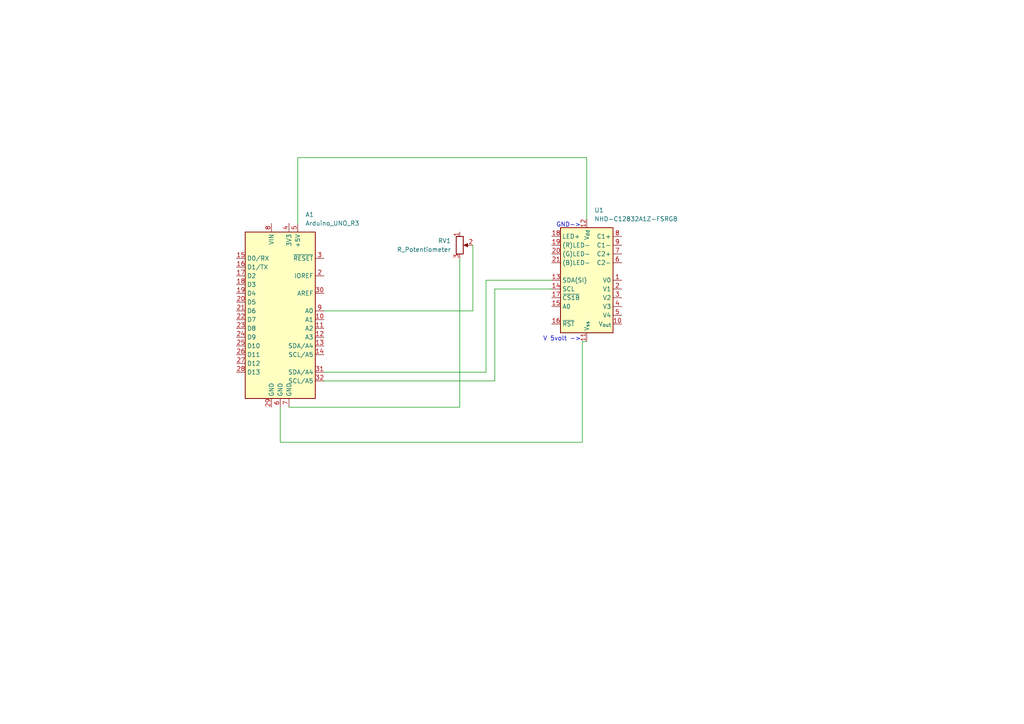
<source format=kicad_sch>
(kicad_sch (version 20230121) (generator eeschema)
  (paper "A4")
  (lib_symbols
    (symbol "Device:R_Potentiometer" (pin_names (offset 1.016) hide)
      (property "Reference" "RV" (at -4.445 0 90))
      (property "Value" "R_Potentiometer" (at -2.54 0 90))
      (symbol "R_Potentiometer_0_1"
        (polyline (pts (xy 2.54 0) (xy 1.524 0)))
        (polyline (pts (xy 1.143 0) (xy 2.286 0.508) (xy 2.286 -0.508) (xy 1.143 0)) (fill (type outline)))
        (rectangle (start 1.016 2.54) (end -1.016 -2.54) (stroke (width 0.254)))
      )
      (symbol "R_Potentiometer_1_1"
        (pin passive line (at 0 3.81 270) (length 1.27) (name "1") (number "1"))
        (pin passive line (at 3.81 0 180) (length 1.27) (name "2") (number "2"))
        (pin passive line (at 0 -3.81 90) (length 1.27) (name "3") (number "3"))
      )
    )
    (symbol "Display_Graphic:NHD-C12832A1Z-FSRGB"
      (property "Reference" "U" (at -7.62 15.875 0))
      (property "Value" "NHD-C12832A1Z-FSRGB" (at 2.54 -16.51 0))
      (symbol "NHD-C12832A1Z-FSRGB_0_1"
        (rectangle (start -7.62 15.24) (end 7.62 -15.24) (stroke (width 0.254)) (fill (type background)))
      )
      (symbol "NHD-C12832A1Z-FSRGB_1_1"
        (pin passive line (at 10.16 0 180) (length 2.54) (name "V0") (number "1"))
        (pin passive line (at 10.16 -12.7 180) (length 2.54) (name "V_{out}") (number "10"))
        (pin power_in line (at 0 -17.78 90) (length 2.54) (name "V_{ss}") (number "11"))
        (pin power_in line (at 0 17.78 270) (length 2.54) (name "V_{dd}") (number "12"))
        (pin input line (at -10.16 0 0) (length 2.54) (name "SDA(SI)") (number "13"))
        (pin input line (at -10.16 -2.54 0) (length 2.54) (name "SCL") (number "14"))
        (pin input line (at -10.16 -7.62 0) (length 2.54) (name "A0") (number "15"))
        (pin input line (at -10.16 -12.7 0) (length 2.54) (name "~{RST}") (number "16"))
        (pin input line (at -10.16 -5.08 0) (length 2.54) (name "~{CS1B}") (number "17"))
        (pin passive line (at -10.16 12.7 0) (length 2.54) (name "LED+") (number "18"))
        (pin passive line (at -10.16 10.16 0) (length 2.54) (name "(R)LED-") (number "19"))
        (pin passive line (at 10.16 -2.54 180) (length 2.54) (name "V1") (number "2"))
        (pin passive line (at -10.16 7.62 0) (length 2.54) (name "(G)LED-") (number "20"))
        (pin passive line (at -10.16 5.08 0) (length 2.54) (name "(B)LED-") (number "21"))
        (pin passive line (at 10.16 -5.08 180) (length 2.54) (name "V2") (number "3"))
        (pin passive line (at 10.16 -7.62 180) (length 2.54) (name "V3") (number "4"))
        (pin passive line (at 10.16 -10.16 180) (length 2.54) (name "V4") (number "5"))
        (pin passive line (at 10.16 5.08 180) (length 2.54) (name "C2-") (number "6"))
        (pin passive line (at 10.16 7.62 180) (length 2.54) (name "C2+") (number "7"))
        (pin passive line (at 10.16 12.7 180) (length 2.54) (name "C1+") (number "8"))
        (pin passive line (at 10.16 10.16 180) (length 2.54) (name "C1-") (number "9"))
      )
    )
    (symbol "MCU_Module:Arduino_UNO_R3"
      (property "Reference" "A" (at -10.16 23.495 0))
      (property "Value" "Arduino_UNO_R3" (at 5.08 -26.67 0))
      (symbol "Arduino_UNO_R3_0_1"
        (rectangle (start -10.16 22.86) (end 10.16 -25.4) (stroke (width 0.254)) (fill (type background)))
      )
      (symbol "Arduino_UNO_R3_1_1"
        (pin no_connect line (at -10.16 -20.32 0) (length 2.54) hide (name "NC") (number "1"))
        (pin bidirectional line (at 12.7 -2.54 180) (length 2.54) (name "A1") (number "10"))
        (pin bidirectional line (at 12.7 -5.08 180) (length 2.54) (name "A2") (number "11"))
        (pin bidirectional line (at 12.7 -7.62 180) (length 2.54) (name "A3") (number "12"))
        (pin bidirectional line (at 12.7 -10.16 180) (length 2.54) (name "SDA/A4") (number "13"))
        (pin bidirectional line (at 12.7 -12.7 180) (length 2.54) (name "SCL/A5") (number "14"))
        (pin bidirectional line (at -12.7 15.24 0) (length 2.54) (name "D0/RX") (number "15"))
        (pin bidirectional line (at -12.7 12.7 0) (length 2.54) (name "D1/TX") (number "16"))
        (pin bidirectional line (at -12.7 10.16 0) (length 2.54) (name "D2") (number "17"))
        (pin bidirectional line (at -12.7 7.62 0) (length 2.54) (name "D3") (number "18"))
        (pin bidirectional line (at -12.7 5.08 0) (length 2.54) (name "D4") (number "19"))
        (pin output line (at 12.7 10.16 180) (length 2.54) (name "IOREF") (number "2"))
        (pin bidirectional line (at -12.7 2.54 0) (length 2.54) (name "D5") (number "20"))
        (pin bidirectional line (at -12.7 0 0) (length 2.54) (name "D6") (number "21"))
        (pin bidirectional line (at -12.7 -2.54 0) (length 2.54) (name "D7") (number "22"))
        (pin bidirectional line (at -12.7 -5.08 0) (length 2.54) (name "D8") (number "23"))
        (pin bidirectional line (at -12.7 -7.62 0) (length 2.54) (name "D9") (number "24"))
        (pin bidirectional line (at -12.7 -10.16 0) (length 2.54) (name "D10") (number "25"))
        (pin bidirectional line (at -12.7 -12.7 0) (length 2.54) (name "D11") (number "26"))
        (pin bidirectional line (at -12.7 -15.24 0) (length 2.54) (name "D12") (number "27"))
        (pin bidirectional line (at -12.7 -17.78 0) (length 2.54) (name "D13") (number "28"))
        (pin power_in line (at -2.54 -27.94 90) (length 2.54) (name "GND") (number "29"))
        (pin input line (at 12.7 15.24 180) (length 2.54) (name "~{RESET}") (number "3"))
        (pin input line (at 12.7 5.08 180) (length 2.54) (name "AREF") (number "30"))
        (pin bidirectional line (at 12.7 -17.78 180) (length 2.54) (name "SDA/A4") (number "31"))
        (pin bidirectional line (at 12.7 -20.32 180) (length 2.54) (name "SCL/A5") (number "32"))
        (pin power_out line (at 2.54 25.4 270) (length 2.54) (name "3V3") (number "4"))
        (pin power_out line (at 5.08 25.4 270) (length 2.54) (name "+5V") (number "5"))
        (pin power_in line (at 0 -27.94 90) (length 2.54) (name "GND") (number "6"))
        (pin power_in line (at 2.54 -27.94 90) (length 2.54) (name "GND") (number "7"))
        (pin power_in line (at -2.54 25.4 270) (length 2.54) (name "VIN") (number "8"))
        (pin bidirectional line (at 12.7 0 180) (length 2.54) (name "A0") (number "9"))
      )
    )
  )
  (wire (pts (xy 143.51 83.82) (xy 160.02 83.82)))
  (wire (pts (xy 137.16 90.17) (xy 93.98 90.17)))
  (wire (pts (xy 133.35 74.93) (xy 133.35 118.11)))
  (wire (pts (xy 140.97 107.95) (xy 140.97 81.28)))
  (wire (pts (xy 86.36 45.72) (xy 86.36 64.77)))
  (wire (pts (xy 170.18 45.72) (xy 170.18 63.5)))
  (wire (pts (xy 168.91 99.06) (xy 170.18 99.06)))
  (wire (pts (xy 86.36 45.72) (xy 170.18 45.72)))
  (wire (pts (xy 168.91 128.27) (xy 81.28 128.27)))
  (wire (pts (xy 93.98 110.49) (xy 143.51 110.49)))
  (wire (pts (xy 168.91 99.06) (xy 168.91 128.27)))
  (wire (pts (xy 140.97 81.28) (xy 160.02 81.28)))
  (wire (pts (xy 137.16 71.12) (xy 137.16 90.17)))
  (wire (pts (xy 81.28 128.27) (xy 81.28 118.11)))
  (wire (pts (xy 133.35 118.11) (xy 83.82 118.11)))
  (wire (pts (xy 143.51 110.49) (xy 143.51 83.82)))
  (wire (pts (xy 93.98 107.95) (xy 140.97 107.95)))
  (text "GND->\n" (at 161.29 66.04 0) (effects (font (size 1.27 1.27)) (justify left bottom)))
  (text "V 5volt ->" (at 157.48 99.06 0) (effects (font (size 1.27 1.27)) (justify left bottom)))
  (symbol (lib_id "Display_Graphic:NHD-C12832A1Z-FSRGB") (at 170.18 81.28 0) (unit 1)
    (property "Reference" "U1" (at 172.3741 60.96 0) (effects (justify left)))
    (property "Value" "NHD-C12832A1Z-FSRGB" (at 172.3741 63.5 0) (effects (justify left)))
    (property "Footprint" "Display:NHD-C12832A1Z-FSRGB" (effects hide))
    (property "Datasheet" "https://www.newhavendisplay.com/specs/NHD-C12832A1Z-FSRGB-FBW-3V.pdf" (effects hide))
  )
  (symbol (lib_id "MCU_Module:Arduino_UNO_R3") (at 81.28 90.17 0) (unit 1)
    (property "Reference" "A1" (at 88.5541 62.23 0) (effects (justify left)))
    (property "Value" "Arduino_UNO_R3" (at 88.5541 64.77 0) (effects (justify left)))
    (property "Footprint" "Module:Arduino_UNO_R3" (effects hide))
    (property "Datasheet" "https://www.arduino.cc/en/Main/arduinoBoardUno" (effects hide))
  )
  (symbol (lib_id "Device:R_Potentiometer") (at 133.35 71.12 0) (unit 1)
    (property "Reference" "RV1" (at 130.81 69.85 0) (effects (justify right)))
    (property "Value" "R_Potentiometer" (at 130.81 72.39 0) (effects (justify right)))
  )
)
</source>
